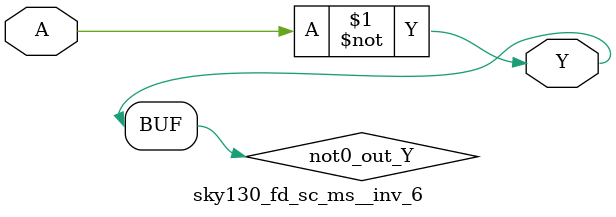
<source format=v>
module sky130_fd_sc_ms__inv_6 (
    Y,
    A
);
    output Y;
    input  A;
    wire not0_out_Y;
    not not0 (not0_out_Y, A              );
    buf buf0 (Y         , not0_out_Y     );
endmodule
</source>
